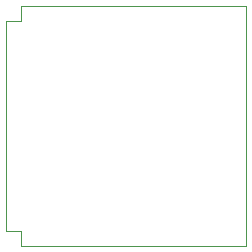
<source format=gbr>
%TF.GenerationSoftware,KiCad,Pcbnew,(5.1.9)-1*%
%TF.CreationDate,2021-06-01T10:14:56+02:00*%
%TF.ProjectId,14_Demi_Pont_H_99,31345f44-656d-4695-9f50-6f6e745f485f,rev?*%
%TF.SameCoordinates,Original*%
%TF.FileFunction,Paste,Bot*%
%TF.FilePolarity,Positive*%
%FSLAX46Y46*%
G04 Gerber Fmt 4.6, Leading zero omitted, Abs format (unit mm)*
G04 Created by KiCad (PCBNEW (5.1.9)-1) date 2021-06-01 10:14:56*
%MOMM*%
%LPD*%
G01*
G04 APERTURE LIST*
%TA.AperFunction,Profile*%
%ADD10C,0.050000*%
%TD*%
G04 APERTURE END LIST*
D10*
X115570000Y-60960000D02*
X120650000Y-60960000D01*
X115570000Y-81280000D02*
X120650000Y-81280000D01*
X101600000Y-62230000D02*
X101600000Y-60960000D01*
X100330000Y-62230000D02*
X101600000Y-62230000D01*
X100330000Y-67310000D02*
X100330000Y-62230000D01*
X100330000Y-72390000D02*
X100330000Y-67310000D01*
X120650000Y-60960000D02*
X120650000Y-81280000D01*
X101600000Y-60960000D02*
X115570000Y-60960000D01*
X101600000Y-80010000D02*
X101600000Y-81280000D01*
X100330000Y-80010000D02*
X101600000Y-80010000D01*
X115570000Y-81280000D02*
X101600000Y-81280000D01*
X100330000Y-80010000D02*
X100330000Y-72390000D01*
M02*

</source>
